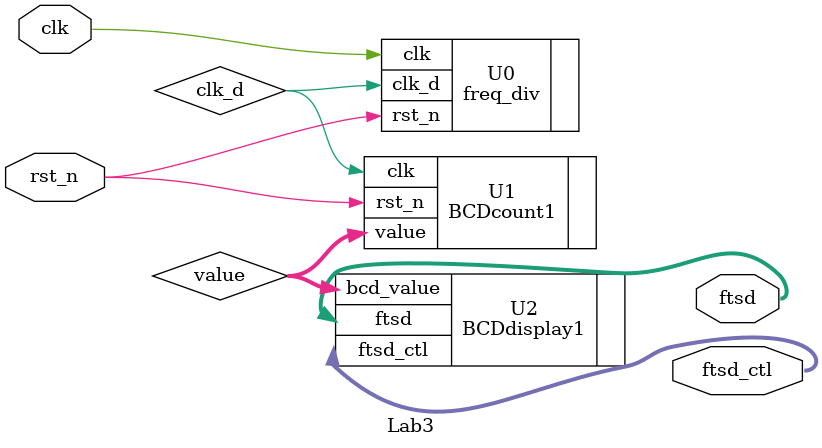
<source format=v>
`timescale 1ns / 1ps
module Lab3(
    input clk,
    input rst_n,
    output [3:0] ftsd_ctl,
    output [14:0] ftsd
    );
	 
	 wire clk_d ;			//divided clock
	 wire [3:0]value ;
	 
	 freq_div U0(.clk(clk),.rst_n(rst_n),.clk_d(clk_d));
	 BCDcount1 U1(.clk(clk_d),.rst_n(rst_n),.value(value));
	 BCDdisplay1 U2(.ftsd(ftsd),.ftsd_ctl(ftsd_ctl),.bcd_value(value));

endmodule

</source>
